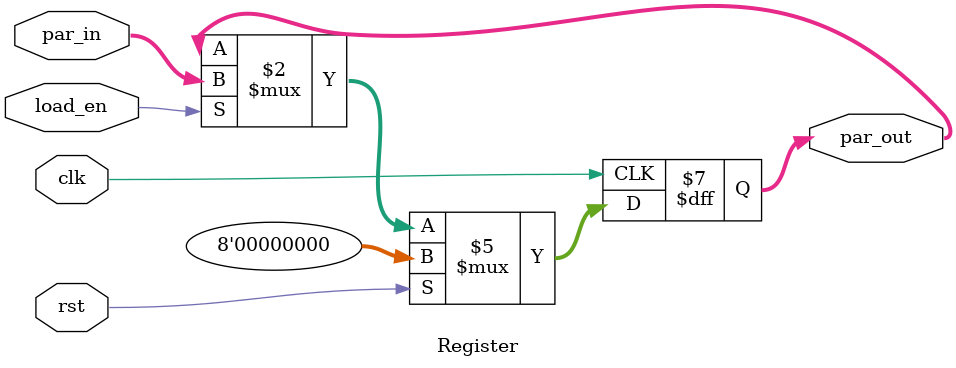
<source format=v>

module Register (
    par_in,
    clk,
    rst,
    load_en,
    par_out
);

  parameter word_len = 8;

  input [word_len - 1 : 0] par_in;
  input clk, rst, load_en;

  output reg [word_len - 1 : 0] par_out;

  always @(posedge clk) begin
    if (rst) par_out <= 'b0;
    else if (load_en) par_out <= par_in;
  end

endmodule

</source>
